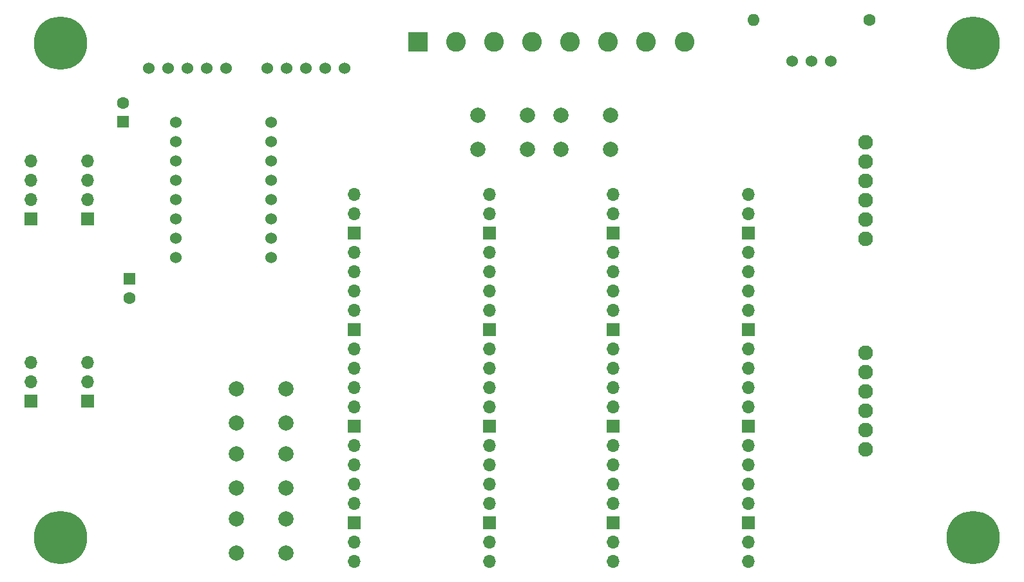
<source format=gbr>
%TF.GenerationSoftware,KiCad,Pcbnew,8.0.0*%
%TF.CreationDate,2024-04-23T20:51:33-04:00*%
%TF.ProjectId,SOL_PCB,534f4c5f-5043-4422-9e6b-696361645f70,1*%
%TF.SameCoordinates,Original*%
%TF.FileFunction,Soldermask,Top*%
%TF.FilePolarity,Negative*%
%FSLAX46Y46*%
G04 Gerber Fmt 4.6, Leading zero omitted, Abs format (unit mm)*
G04 Created by KiCad (PCBNEW 8.0.0) date 2024-04-23 20:51:33*
%MOMM*%
%LPD*%
G01*
G04 APERTURE LIST*
%ADD10R,1.700000X1.700000*%
%ADD11O,1.700000X1.700000*%
%ADD12C,1.524000*%
%ADD13C,1.930400*%
%ADD14C,2.000000*%
%ADD15C,7.000000*%
%ADD16R,1.600000X1.600000*%
%ADD17C,1.600000*%
%ADD18R,2.600000X2.600000*%
%ADD19C,2.600000*%
%ADD20O,1.600000X1.600000*%
G04 APERTURE END LIST*
D10*
%TO.C,J3*%
X83211000Y-88011000D03*
D11*
X83211000Y-85471000D03*
X83211000Y-82931000D03*
X83211000Y-80391000D03*
%TD*%
D12*
%TO.C,U7*%
X114300000Y-68199000D03*
X116840000Y-68199000D03*
X119380000Y-68199000D03*
X121920000Y-68199000D03*
X124460000Y-68199000D03*
%TD*%
D13*
%TO.C,U3*%
X192934000Y-118339500D03*
X192934000Y-115799500D03*
X192934000Y-113259500D03*
X192934000Y-110719500D03*
X192934000Y-108179500D03*
X192934000Y-105639500D03*
%TD*%
D14*
%TO.C,SW4*%
X116736000Y-123403000D03*
X110236000Y-123403000D03*
X116736000Y-118903000D03*
X110236000Y-118903000D03*
%TD*%
D12*
%TO.C,U5*%
X188341000Y-67310000D03*
X185801000Y-67310000D03*
X183261000Y-67310000D03*
%TD*%
D15*
%TO.C,REF\u002A\u002A*%
X207122000Y-64921000D03*
%TD*%
D12*
%TO.C,U8*%
X98679000Y-68199000D03*
X101219000Y-68199000D03*
X103759000Y-68199000D03*
X106299000Y-68199000D03*
X108839000Y-68199000D03*
%TD*%
D15*
%TO.C,REF\u002A\u002A*%
X207122000Y-129921000D03*
%TD*%
D16*
%TO.C,C2*%
X95314887Y-75246111D03*
D17*
X95314887Y-72746111D03*
%TD*%
D10*
%TO.C,J2*%
X90678000Y-88011000D03*
D11*
X90678000Y-85471000D03*
X90678000Y-82931000D03*
X90678000Y-80391000D03*
%TD*%
D15*
%TO.C,REF\u002A\u002A*%
X87122000Y-64921000D03*
%TD*%
%TO.C,REF\u002A\u002A*%
X87122000Y-129921000D03*
%TD*%
D14*
%TO.C,SW1*%
X148486000Y-78867000D03*
X141986000Y-78867000D03*
X148486000Y-74367000D03*
X141986000Y-74367000D03*
%TD*%
D12*
%TO.C,U6*%
X114808000Y-93091000D03*
X114808000Y-90551000D03*
X114808000Y-88011000D03*
X114808000Y-85471000D03*
X114808000Y-82931000D03*
X114808000Y-80391000D03*
X114808000Y-77851000D03*
X114808000Y-75311000D03*
X102235000Y-93091000D03*
X102235000Y-90551000D03*
X102235000Y-88011000D03*
X102235000Y-85471000D03*
X102235000Y-82931000D03*
X102235000Y-80391000D03*
X102235000Y-77851000D03*
X102235000Y-75311000D03*
%TD*%
D10*
%TO.C,J4*%
X90678000Y-112014000D03*
D11*
X90678000Y-109474000D03*
X90678000Y-106934000D03*
%TD*%
D10*
%TO.C,J5*%
X83211000Y-112014000D03*
D11*
X83211000Y-109474000D03*
X83211000Y-106934000D03*
%TD*%
D14*
%TO.C,SW3*%
X116736000Y-131953000D03*
X110236000Y-131953000D03*
X116736000Y-127453000D03*
X110236000Y-127453000D03*
%TD*%
D11*
%TO.C,U2*%
X143510000Y-133096000D03*
X143510000Y-130556000D03*
D10*
X143510000Y-128016000D03*
D11*
X143510000Y-125476000D03*
X143510000Y-122936000D03*
X143510000Y-120396000D03*
X143510000Y-117856000D03*
D10*
X143510000Y-115316000D03*
D11*
X143510000Y-112776000D03*
X143510000Y-110236000D03*
X143510000Y-107696000D03*
X143510000Y-105156000D03*
D10*
X143510000Y-102616000D03*
D11*
X143510000Y-100076000D03*
X143510000Y-97536000D03*
X143510000Y-94996000D03*
X143510000Y-92456000D03*
D10*
X143510000Y-89916000D03*
D11*
X143510000Y-87376000D03*
X143510000Y-84836000D03*
X125730000Y-84836000D03*
X125730000Y-87376000D03*
D10*
X125730000Y-89916000D03*
D11*
X125730000Y-92456000D03*
X125730000Y-94996000D03*
X125730000Y-97536000D03*
X125730000Y-100076000D03*
D10*
X125730000Y-102616000D03*
D11*
X125730000Y-105156000D03*
X125730000Y-107696000D03*
X125730000Y-110236000D03*
X125730000Y-112776000D03*
D10*
X125730000Y-115316000D03*
D11*
X125730000Y-117856000D03*
X125730000Y-120396000D03*
X125730000Y-122936000D03*
X125730000Y-125476000D03*
D10*
X125730000Y-128016000D03*
D11*
X125730000Y-130556000D03*
X125730000Y-133096000D03*
%TD*%
D14*
%TO.C,SW5*%
X116736000Y-114853000D03*
X110236000Y-114853000D03*
X116736000Y-110353000D03*
X110236000Y-110353000D03*
%TD*%
D11*
%TO.C,U1*%
X177514000Y-133096000D03*
X177514000Y-130556000D03*
D10*
X177514000Y-128016000D03*
D11*
X177514000Y-125476000D03*
X177514000Y-122936000D03*
X177514000Y-120396000D03*
X177514000Y-117856000D03*
D10*
X177514000Y-115316000D03*
D11*
X177514000Y-112776000D03*
X177514000Y-110236000D03*
X177514000Y-107696000D03*
X177514000Y-105156000D03*
D10*
X177514000Y-102616000D03*
D11*
X177514000Y-100076000D03*
X177514000Y-97536000D03*
X177514000Y-94996000D03*
X177514000Y-92456000D03*
D10*
X177514000Y-89916000D03*
D11*
X177514000Y-87376000D03*
X177514000Y-84836000D03*
X159734000Y-84836000D03*
X159734000Y-87376000D03*
D10*
X159734000Y-89916000D03*
D11*
X159734000Y-92456000D03*
X159734000Y-94996000D03*
X159734000Y-97536000D03*
X159734000Y-100076000D03*
D10*
X159734000Y-102616000D03*
D11*
X159734000Y-105156000D03*
X159734000Y-107696000D03*
X159734000Y-110236000D03*
X159734000Y-112776000D03*
D10*
X159734000Y-115316000D03*
D11*
X159734000Y-117856000D03*
X159734000Y-120396000D03*
X159734000Y-122936000D03*
X159734000Y-125476000D03*
D10*
X159734000Y-128016000D03*
D11*
X159734000Y-130556000D03*
X159734000Y-133096000D03*
%TD*%
D14*
%TO.C,SW2*%
X152931000Y-74367000D03*
X159431000Y-74367000D03*
X152931000Y-78867000D03*
X159431000Y-78867000D03*
%TD*%
D16*
%TO.C,C1*%
X96139000Y-95925000D03*
D17*
X96139000Y-98425000D03*
%TD*%
D18*
%TO.C,J1*%
X134113000Y-64770000D03*
D19*
X139113000Y-64770000D03*
X144113000Y-64770000D03*
X149113000Y-64770000D03*
X154113000Y-64770000D03*
X159113000Y-64770000D03*
X164113000Y-64770000D03*
X169113000Y-64770000D03*
%TD*%
D17*
%TO.C,R1*%
X193421000Y-61849000D03*
D20*
X178181000Y-61849000D03*
%TD*%
D13*
%TO.C,U4*%
X192934000Y-90653500D03*
X192934000Y-88113500D03*
X192934000Y-85573500D03*
X192934000Y-83033500D03*
X192934000Y-80493500D03*
X192934000Y-77953500D03*
%TD*%
M02*

</source>
